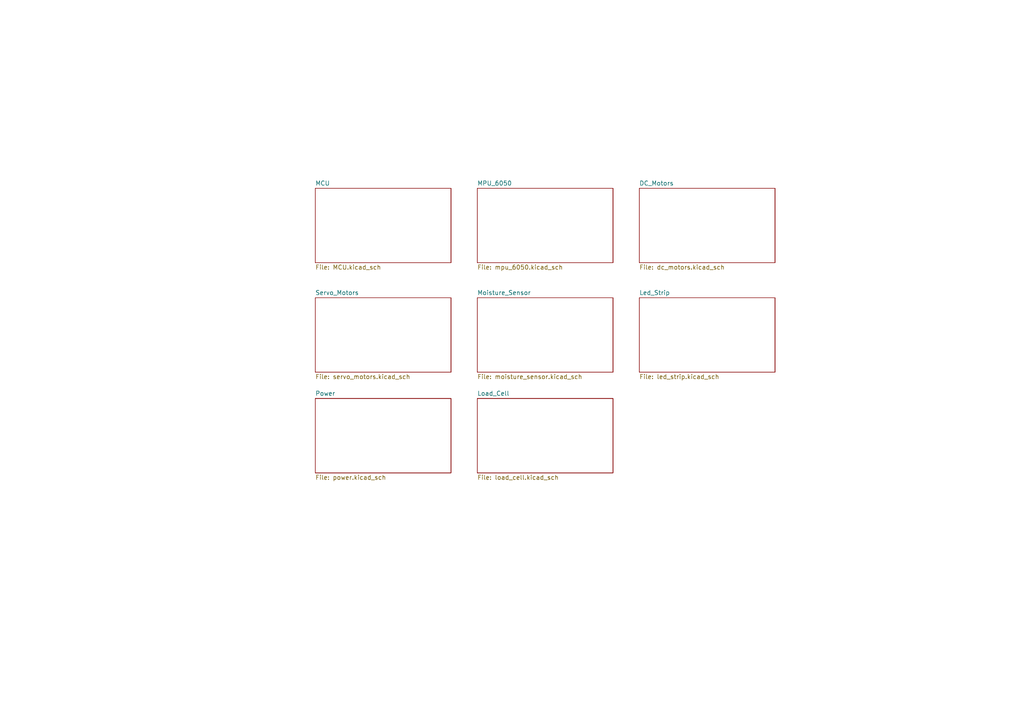
<source format=kicad_sch>
(kicad_sch
	(version 20231120)
	(generator "eeschema")
	(generator_version "8.0")
	(uuid "08dd709c-d4d0-4b57-9955-f048f362c670")
	(paper "A4")
	(lib_symbols)
	(sheet
		(at 91.44 54.61)
		(size 39.37 21.59)
		(fields_autoplaced yes)
		(stroke
			(width 0.1524)
			(type solid)
		)
		(fill
			(color 0 0 0 0.0000)
		)
		(uuid "450626ac-10d8-4465-a391-6c44f6f5f2a2")
		(property "Sheetname" "MCU"
			(at 91.44 53.8984 0)
			(effects
				(font
					(size 1.27 1.27)
				)
				(justify left bottom)
			)
		)
		(property "Sheetfile" "MCU.kicad_sch"
			(at 91.44 76.7846 0)
			(effects
				(font
					(size 1.27 1.27)
				)
				(justify left top)
			)
		)
		(instances
			(project "soyia"
				(path "/08dd709c-d4d0-4b57-9955-f048f362c670"
					(page "2")
				)
			)
		)
	)
	(sheet
		(at 138.43 54.61)
		(size 39.37 21.59)
		(fields_autoplaced yes)
		(stroke
			(width 0.1524)
			(type solid)
		)
		(fill
			(color 0 0 0 0.0000)
		)
		(uuid "5ce0fdf1-5dd1-4afc-b58c-90a37f8e72de")
		(property "Sheetname" "MPU_6050"
			(at 138.43 53.8984 0)
			(effects
				(font
					(size 1.27 1.27)
				)
				(justify left bottom)
			)
		)
		(property "Sheetfile" "mpu_6050.kicad_sch"
			(at 138.43 76.7846 0)
			(effects
				(font
					(size 1.27 1.27)
				)
				(justify left top)
			)
		)
		(instances
			(project "soyia"
				(path "/08dd709c-d4d0-4b57-9955-f048f362c670"
					(page "3")
				)
			)
		)
	)
	(sheet
		(at 91.44 86.36)
		(size 39.37 21.59)
		(fields_autoplaced yes)
		(stroke
			(width 0.1524)
			(type solid)
		)
		(fill
			(color 0 0 0 0.0000)
		)
		(uuid "7adce686-a564-4361-b6fa-cb0f86de3b91")
		(property "Sheetname" "Servo_Motors"
			(at 91.44 85.6484 0)
			(effects
				(font
					(size 1.27 1.27)
				)
				(justify left bottom)
			)
		)
		(property "Sheetfile" "servo_motors.kicad_sch"
			(at 91.44 108.5346 0)
			(effects
				(font
					(size 1.27 1.27)
				)
				(justify left top)
			)
		)
		(instances
			(project "soyia"
				(path "/08dd709c-d4d0-4b57-9955-f048f362c670"
					(page "5")
				)
			)
		)
	)
	(sheet
		(at 138.43 115.57)
		(size 39.37 21.59)
		(fields_autoplaced yes)
		(stroke
			(width 0.1524)
			(type solid)
		)
		(fill
			(color 0 0 0 0.0000)
		)
		(uuid "90633823-2f6c-4766-8582-2e3b1764e99f")
		(property "Sheetname" "Load_Cell"
			(at 138.43 114.8584 0)
			(effects
				(font
					(size 1.27 1.27)
				)
				(justify left bottom)
			)
		)
		(property "Sheetfile" "load_cell.kicad_sch"
			(at 138.43 137.7446 0)
			(effects
				(font
					(size 1.27 1.27)
				)
				(justify left top)
			)
		)
		(instances
			(project "soyia"
				(path "/08dd709c-d4d0-4b57-9955-f048f362c670"
					(page "9")
				)
			)
		)
	)
	(sheet
		(at 138.43 86.36)
		(size 39.37 21.59)
		(fields_autoplaced yes)
		(stroke
			(width 0.1524)
			(type solid)
		)
		(fill
			(color 0 0 0 0.0000)
		)
		(uuid "ba9f4dda-2685-4e16-b8d7-aea0349bed84")
		(property "Sheetname" "Moisture_Sensor"
			(at 138.43 85.6484 0)
			(effects
				(font
					(size 1.27 1.27)
				)
				(justify left bottom)
			)
		)
		(property "Sheetfile" "moisture_sensor.kicad_sch"
			(at 138.43 108.5346 0)
			(effects
				(font
					(size 1.27 1.27)
				)
				(justify left top)
			)
		)
		(instances
			(project "soyia"
				(path "/08dd709c-d4d0-4b57-9955-f048f362c670"
					(page "6")
				)
			)
		)
	)
	(sheet
		(at 185.42 54.61)
		(size 39.37 21.59)
		(fields_autoplaced yes)
		(stroke
			(width 0.1524)
			(type solid)
		)
		(fill
			(color 0 0 0 0.0000)
		)
		(uuid "d83983b4-421c-4627-b273-ebc13ee59453")
		(property "Sheetname" "DC_Motors"
			(at 185.42 53.8984 0)
			(effects
				(font
					(size 1.27 1.27)
				)
				(justify left bottom)
			)
		)
		(property "Sheetfile" "dc_motors.kicad_sch"
			(at 185.42 76.7846 0)
			(effects
				(font
					(size 1.27 1.27)
				)
				(justify left top)
			)
		)
		(instances
			(project "soyia"
				(path "/08dd709c-d4d0-4b57-9955-f048f362c670"
					(page "4")
				)
			)
		)
	)
	(sheet
		(at 91.44 115.57)
		(size 39.37 21.59)
		(fields_autoplaced yes)
		(stroke
			(width 0.1524)
			(type solid)
		)
		(fill
			(color 0 0 0 0.0000)
		)
		(uuid "e4b5a95a-e2ff-45f0-99fd-55647a9f2438")
		(property "Sheetname" "Power"
			(at 91.44 114.8584 0)
			(effects
				(font
					(size 1.27 1.27)
				)
				(justify left bottom)
			)
		)
		(property "Sheetfile" "power.kicad_sch"
			(at 91.44 137.7446 0)
			(effects
				(font
					(size 1.27 1.27)
				)
				(justify left top)
			)
		)
		(instances
			(project "soyia"
				(path "/08dd709c-d4d0-4b57-9955-f048f362c670"
					(page "8")
				)
			)
		)
	)
	(sheet
		(at 185.42 86.36)
		(size 39.37 21.59)
		(fields_autoplaced yes)
		(stroke
			(width 0.1524)
			(type solid)
		)
		(fill
			(color 0 0 0 0.0000)
		)
		(uuid "e6996ae6-8e2f-43c4-9fc7-a59754c2123d")
		(property "Sheetname" "Led_Strip"
			(at 185.42 85.6484 0)
			(effects
				(font
					(size 1.27 1.27)
				)
				(justify left bottom)
			)
		)
		(property "Sheetfile" "led_strip.kicad_sch"
			(at 185.42 108.5346 0)
			(effects
				(font
					(size 1.27 1.27)
				)
				(justify left top)
			)
		)
		(instances
			(project "soyia"
				(path "/08dd709c-d4d0-4b57-9955-f048f362c670"
					(page "7")
				)
			)
		)
	)
	(sheet_instances
		(path "/"
			(page "1")
		)
	)
)

</source>
